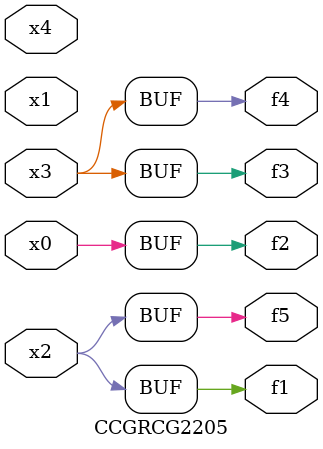
<source format=v>
module CCGRCG2205(
	input x0, x1, x2, x3, x4,
	output f1, f2, f3, f4, f5
);
	assign f1 = x2;
	assign f2 = x0;
	assign f3 = x3;
	assign f4 = x3;
	assign f5 = x2;
endmodule

</source>
